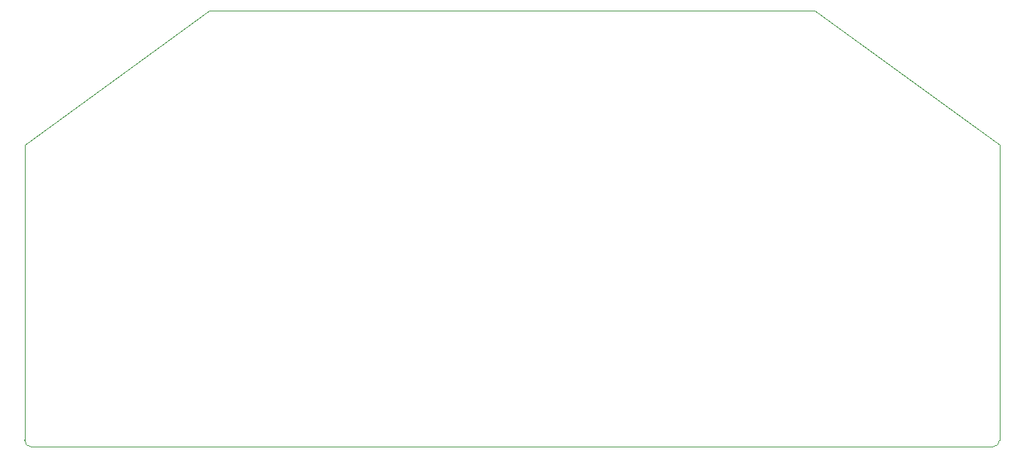
<source format=gbr>
%TF.GenerationSoftware,KiCad,Pcbnew,(5.1.6)-1*%
%TF.CreationDate,2020-10-28T14:57:09+01:00*%
%TF.ProjectId,Controller,436f6e74-726f-46c6-9c65-722e6b696361,rev?*%
%TF.SameCoordinates,Original*%
%TF.FileFunction,Profile,NP*%
%FSLAX46Y46*%
G04 Gerber Fmt 4.6, Leading zero omitted, Abs format (unit mm)*
G04 Created by KiCad (PCBNEW (5.1.6)-1) date 2020-10-28 14:57:09*
%MOMM*%
%LPD*%
G01*
G04 APERTURE LIST*
%TA.AperFunction,Profile*%
%ADD10C,0.050000*%
%TD*%
G04 APERTURE END LIST*
D10*
X8800000Y-72000000D02*
G75*
G02*
X8000000Y-71200000I0J800000D01*
G01*
X124000000Y-71200000D02*
G75*
G02*
X123200000Y-72000000I-800000J0D01*
G01*
X124000000Y-36000000D02*
X102000000Y-20000000D01*
X124000000Y-71200000D02*
X124000000Y-36000000D01*
X8800000Y-72000000D02*
X123200000Y-72000000D01*
X8000000Y-36000000D02*
X8000000Y-71200000D01*
X30000000Y-20000000D02*
X8000000Y-36000000D01*
X102000000Y-20000000D02*
X30000000Y-20000000D01*
M02*

</source>
